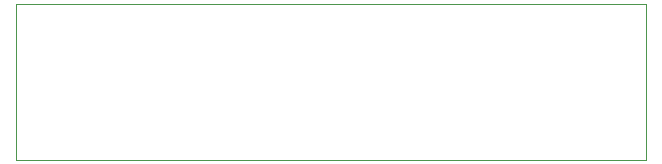
<source format=gbr>
%TF.GenerationSoftware,KiCad,Pcbnew,(6.0.1)*%
%TF.CreationDate,2022-03-24T12:00:01-04:00*%
%TF.ProjectId,Card,43617264-2e6b-4696-9361-645f70636258,rev?*%
%TF.SameCoordinates,Original*%
%TF.FileFunction,Profile,NP*%
%FSLAX46Y46*%
G04 Gerber Fmt 4.6, Leading zero omitted, Abs format (unit mm)*
G04 Created by KiCad (PCBNEW (6.0.1)) date 2022-03-24 12:00:01*
%MOMM*%
%LPD*%
G01*
G04 APERTURE LIST*
%TA.AperFunction,Profile*%
%ADD10C,0.050000*%
%TD*%
G04 APERTURE END LIST*
D10*
X160020000Y-111760000D02*
X160020000Y-124968000D01*
X106680000Y-124968000D02*
X106680000Y-111760000D01*
X106680000Y-111760000D02*
X160020000Y-111760000D01*
X106680000Y-124968000D02*
X160020000Y-124968000D01*
M02*

</source>
